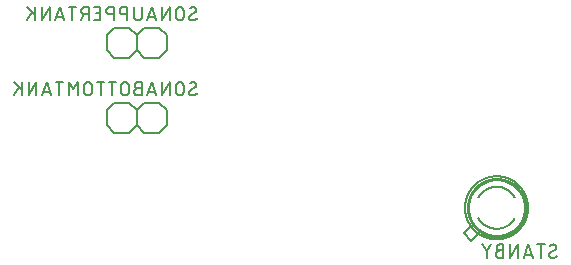
<source format=gbr>
G04 EAGLE Gerber RS-274X export*
G75*
%MOMM*%
%FSLAX34Y34*%
%LPD*%
%INSilkscreen Bottom*%
%IPPOS*%
%AMOC8*
5,1,8,0,0,1.08239X$1,22.5*%
G01*
%ADD10C,0.152400*%
%ADD11C,0.127000*%
%ADD12C,0.254000*%


D10*
X57150Y127000D02*
X44450Y127000D01*
X38100Y120650D01*
X38100Y107950D01*
X44450Y101600D01*
X63500Y107950D02*
X63500Y120650D01*
X57150Y127000D01*
X63500Y107950D02*
X57150Y101600D01*
X44450Y101600D01*
X38100Y120650D02*
X31750Y127000D01*
X19050Y127000D01*
X12700Y120650D01*
X12700Y107950D01*
X19050Y101600D01*
X31750Y101600D01*
X38100Y107950D01*
D11*
X82677Y135763D02*
X82679Y135663D01*
X82685Y135564D01*
X82695Y135464D01*
X82708Y135366D01*
X82726Y135267D01*
X82747Y135170D01*
X82772Y135074D01*
X82801Y134978D01*
X82834Y134884D01*
X82870Y134791D01*
X82910Y134700D01*
X82954Y134610D01*
X83001Y134522D01*
X83051Y134436D01*
X83105Y134352D01*
X83162Y134270D01*
X83222Y134191D01*
X83286Y134113D01*
X83352Y134039D01*
X83421Y133967D01*
X83493Y133898D01*
X83567Y133832D01*
X83645Y133768D01*
X83724Y133708D01*
X83806Y133651D01*
X83890Y133597D01*
X83976Y133547D01*
X84064Y133500D01*
X84154Y133456D01*
X84245Y133416D01*
X84338Y133380D01*
X84432Y133347D01*
X84528Y133318D01*
X84624Y133293D01*
X84721Y133272D01*
X84820Y133254D01*
X84918Y133241D01*
X85018Y133231D01*
X85117Y133225D01*
X85217Y133223D01*
X85358Y133225D01*
X85499Y133230D01*
X85640Y133240D01*
X85781Y133253D01*
X85921Y133269D01*
X86061Y133290D01*
X86200Y133314D01*
X86339Y133342D01*
X86476Y133373D01*
X86613Y133408D01*
X86749Y133446D01*
X86884Y133488D01*
X87017Y133534D01*
X87150Y133583D01*
X87281Y133636D01*
X87410Y133692D01*
X87539Y133751D01*
X87665Y133814D01*
X87790Y133880D01*
X87913Y133949D01*
X88034Y134022D01*
X88153Y134098D01*
X88271Y134177D01*
X88386Y134258D01*
X88498Y134343D01*
X88609Y134431D01*
X88717Y134522D01*
X88823Y134615D01*
X88926Y134712D01*
X89027Y134811D01*
X88710Y142113D02*
X88708Y142213D01*
X88702Y142312D01*
X88692Y142412D01*
X88679Y142510D01*
X88661Y142609D01*
X88640Y142706D01*
X88615Y142802D01*
X88586Y142898D01*
X88553Y142992D01*
X88517Y143085D01*
X88477Y143176D01*
X88433Y143266D01*
X88386Y143354D01*
X88336Y143440D01*
X88282Y143524D01*
X88225Y143606D01*
X88165Y143685D01*
X88101Y143763D01*
X88035Y143837D01*
X87966Y143909D01*
X87894Y143978D01*
X87820Y144044D01*
X87742Y144108D01*
X87663Y144168D01*
X87581Y144225D01*
X87497Y144279D01*
X87411Y144329D01*
X87323Y144376D01*
X87233Y144420D01*
X87142Y144460D01*
X87049Y144496D01*
X86955Y144529D01*
X86859Y144558D01*
X86763Y144583D01*
X86666Y144604D01*
X86567Y144622D01*
X86469Y144635D01*
X86369Y144645D01*
X86270Y144651D01*
X86170Y144653D01*
X86170Y144654D02*
X86037Y144652D01*
X85904Y144647D01*
X85771Y144637D01*
X85638Y144624D01*
X85506Y144607D01*
X85374Y144587D01*
X85243Y144563D01*
X85113Y144535D01*
X84983Y144504D01*
X84855Y144469D01*
X84727Y144430D01*
X84601Y144388D01*
X84476Y144342D01*
X84352Y144293D01*
X84229Y144241D01*
X84108Y144185D01*
X83989Y144125D01*
X83871Y144063D01*
X83756Y143997D01*
X83642Y143928D01*
X83530Y143855D01*
X83420Y143780D01*
X83312Y143701D01*
X87440Y139890D02*
X87524Y139942D01*
X87607Y139997D01*
X87687Y140056D01*
X87765Y140117D01*
X87840Y140181D01*
X87913Y140249D01*
X87984Y140319D01*
X88051Y140391D01*
X88116Y140466D01*
X88178Y140544D01*
X88237Y140624D01*
X88293Y140706D01*
X88345Y140790D01*
X88394Y140876D01*
X88440Y140964D01*
X88483Y141054D01*
X88522Y141145D01*
X88557Y141238D01*
X88589Y141332D01*
X88617Y141427D01*
X88642Y141523D01*
X88662Y141620D01*
X88680Y141718D01*
X88693Y141816D01*
X88702Y141915D01*
X88708Y142014D01*
X88710Y142113D01*
X83947Y137986D02*
X83863Y137934D01*
X83780Y137879D01*
X83700Y137820D01*
X83622Y137759D01*
X83547Y137695D01*
X83474Y137627D01*
X83403Y137557D01*
X83336Y137485D01*
X83271Y137410D01*
X83209Y137332D01*
X83150Y137252D01*
X83094Y137170D01*
X83042Y137086D01*
X82993Y137000D01*
X82947Y136912D01*
X82904Y136822D01*
X82865Y136731D01*
X82830Y136638D01*
X82798Y136544D01*
X82770Y136449D01*
X82745Y136353D01*
X82725Y136256D01*
X82707Y136158D01*
X82694Y136060D01*
X82685Y135961D01*
X82679Y135862D01*
X82677Y135763D01*
X83947Y137986D02*
X87440Y139891D01*
X77978Y141478D02*
X77978Y136398D01*
X77978Y141478D02*
X77976Y141589D01*
X77970Y141699D01*
X77961Y141810D01*
X77947Y141920D01*
X77930Y142029D01*
X77909Y142138D01*
X77884Y142246D01*
X77855Y142353D01*
X77823Y142459D01*
X77787Y142564D01*
X77747Y142667D01*
X77704Y142769D01*
X77657Y142870D01*
X77606Y142969D01*
X77553Y143066D01*
X77496Y143160D01*
X77435Y143253D01*
X77372Y143344D01*
X77305Y143433D01*
X77235Y143519D01*
X77162Y143602D01*
X77087Y143684D01*
X77009Y143762D01*
X76927Y143837D01*
X76844Y143910D01*
X76758Y143980D01*
X76669Y144047D01*
X76578Y144110D01*
X76485Y144171D01*
X76391Y144228D01*
X76294Y144281D01*
X76195Y144332D01*
X76094Y144379D01*
X75992Y144422D01*
X75889Y144462D01*
X75784Y144498D01*
X75678Y144530D01*
X75571Y144559D01*
X75463Y144584D01*
X75354Y144605D01*
X75245Y144622D01*
X75135Y144636D01*
X75024Y144645D01*
X74914Y144651D01*
X74803Y144653D01*
X74692Y144651D01*
X74582Y144645D01*
X74471Y144636D01*
X74361Y144622D01*
X74252Y144605D01*
X74143Y144584D01*
X74035Y144559D01*
X73928Y144530D01*
X73822Y144498D01*
X73717Y144462D01*
X73614Y144422D01*
X73512Y144379D01*
X73411Y144332D01*
X73312Y144281D01*
X73216Y144228D01*
X73121Y144171D01*
X73028Y144110D01*
X72937Y144047D01*
X72848Y143980D01*
X72762Y143910D01*
X72679Y143837D01*
X72597Y143762D01*
X72519Y143684D01*
X72444Y143602D01*
X72371Y143519D01*
X72301Y143433D01*
X72234Y143344D01*
X72171Y143253D01*
X72110Y143160D01*
X72053Y143066D01*
X72000Y142969D01*
X71949Y142870D01*
X71902Y142769D01*
X71859Y142667D01*
X71819Y142564D01*
X71783Y142459D01*
X71751Y142353D01*
X71722Y142246D01*
X71697Y142138D01*
X71676Y142029D01*
X71659Y141920D01*
X71645Y141810D01*
X71636Y141699D01*
X71630Y141589D01*
X71628Y141478D01*
X71628Y136398D01*
X71630Y136287D01*
X71636Y136177D01*
X71645Y136066D01*
X71659Y135956D01*
X71676Y135847D01*
X71697Y135738D01*
X71722Y135630D01*
X71751Y135523D01*
X71783Y135417D01*
X71819Y135312D01*
X71859Y135209D01*
X71902Y135107D01*
X71949Y135006D01*
X72000Y134907D01*
X72053Y134811D01*
X72110Y134716D01*
X72171Y134623D01*
X72234Y134532D01*
X72301Y134443D01*
X72371Y134357D01*
X72444Y134274D01*
X72519Y134192D01*
X72597Y134114D01*
X72679Y134039D01*
X72762Y133966D01*
X72848Y133896D01*
X72937Y133829D01*
X73028Y133766D01*
X73121Y133705D01*
X73216Y133648D01*
X73312Y133595D01*
X73411Y133544D01*
X73512Y133497D01*
X73614Y133454D01*
X73717Y133414D01*
X73822Y133378D01*
X73928Y133346D01*
X74035Y133317D01*
X74143Y133292D01*
X74252Y133271D01*
X74361Y133254D01*
X74471Y133240D01*
X74582Y133231D01*
X74692Y133225D01*
X74803Y133223D01*
X74914Y133225D01*
X75024Y133231D01*
X75135Y133240D01*
X75245Y133254D01*
X75354Y133271D01*
X75463Y133292D01*
X75571Y133317D01*
X75678Y133346D01*
X75784Y133378D01*
X75889Y133414D01*
X75992Y133454D01*
X76094Y133497D01*
X76195Y133544D01*
X76294Y133595D01*
X76390Y133648D01*
X76485Y133705D01*
X76578Y133766D01*
X76669Y133829D01*
X76758Y133896D01*
X76844Y133966D01*
X76927Y134039D01*
X77009Y134114D01*
X77087Y134192D01*
X77162Y134274D01*
X77235Y134357D01*
X77305Y134443D01*
X77372Y134532D01*
X77435Y134623D01*
X77496Y134716D01*
X77553Y134810D01*
X77606Y134907D01*
X77657Y135006D01*
X77704Y135107D01*
X77747Y135209D01*
X77787Y135312D01*
X77823Y135417D01*
X77855Y135523D01*
X77884Y135630D01*
X77909Y135738D01*
X77930Y135847D01*
X77947Y135956D01*
X77961Y136066D01*
X77970Y136177D01*
X77976Y136287D01*
X77978Y136398D01*
X66167Y133223D02*
X66167Y144653D01*
X59817Y133223D01*
X59817Y144653D01*
X51181Y144653D02*
X54991Y133223D01*
X47371Y133223D02*
X51181Y144653D01*
X48324Y136081D02*
X54039Y136081D01*
X42355Y139573D02*
X39180Y139573D01*
X39069Y139571D01*
X38959Y139565D01*
X38848Y139556D01*
X38738Y139542D01*
X38629Y139525D01*
X38520Y139504D01*
X38412Y139479D01*
X38305Y139450D01*
X38199Y139418D01*
X38094Y139382D01*
X37991Y139342D01*
X37889Y139299D01*
X37788Y139252D01*
X37689Y139201D01*
X37593Y139148D01*
X37498Y139091D01*
X37405Y139030D01*
X37314Y138967D01*
X37225Y138900D01*
X37139Y138830D01*
X37056Y138757D01*
X36974Y138682D01*
X36896Y138604D01*
X36821Y138522D01*
X36748Y138439D01*
X36678Y138353D01*
X36611Y138264D01*
X36548Y138173D01*
X36487Y138080D01*
X36430Y137986D01*
X36377Y137889D01*
X36326Y137790D01*
X36279Y137689D01*
X36236Y137587D01*
X36196Y137484D01*
X36160Y137379D01*
X36128Y137273D01*
X36099Y137166D01*
X36074Y137058D01*
X36053Y136949D01*
X36036Y136840D01*
X36022Y136730D01*
X36013Y136619D01*
X36007Y136509D01*
X36005Y136398D01*
X36007Y136287D01*
X36013Y136177D01*
X36022Y136066D01*
X36036Y135956D01*
X36053Y135847D01*
X36074Y135738D01*
X36099Y135630D01*
X36128Y135523D01*
X36160Y135417D01*
X36196Y135312D01*
X36236Y135209D01*
X36279Y135107D01*
X36326Y135006D01*
X36377Y134907D01*
X36430Y134811D01*
X36487Y134716D01*
X36548Y134623D01*
X36611Y134532D01*
X36678Y134443D01*
X36748Y134357D01*
X36821Y134274D01*
X36896Y134192D01*
X36974Y134114D01*
X37056Y134039D01*
X37139Y133966D01*
X37225Y133896D01*
X37314Y133829D01*
X37405Y133766D01*
X37498Y133705D01*
X37593Y133648D01*
X37689Y133595D01*
X37788Y133544D01*
X37889Y133497D01*
X37991Y133454D01*
X38094Y133414D01*
X38199Y133378D01*
X38305Y133346D01*
X38412Y133317D01*
X38520Y133292D01*
X38629Y133271D01*
X38738Y133254D01*
X38848Y133240D01*
X38959Y133231D01*
X39069Y133225D01*
X39180Y133223D01*
X42355Y133223D01*
X42355Y144653D01*
X39180Y144653D01*
X39080Y144651D01*
X38981Y144645D01*
X38881Y144635D01*
X38783Y144622D01*
X38684Y144604D01*
X38587Y144583D01*
X38491Y144558D01*
X38395Y144529D01*
X38301Y144496D01*
X38208Y144460D01*
X38117Y144420D01*
X38027Y144376D01*
X37939Y144329D01*
X37853Y144279D01*
X37769Y144225D01*
X37687Y144168D01*
X37608Y144108D01*
X37530Y144044D01*
X37456Y143978D01*
X37384Y143909D01*
X37315Y143837D01*
X37249Y143763D01*
X37185Y143685D01*
X37125Y143606D01*
X37068Y143524D01*
X37014Y143440D01*
X36964Y143354D01*
X36917Y143266D01*
X36873Y143176D01*
X36833Y143085D01*
X36797Y142992D01*
X36764Y142898D01*
X36735Y142802D01*
X36710Y142706D01*
X36689Y142609D01*
X36671Y142510D01*
X36658Y142412D01*
X36648Y142312D01*
X36642Y142213D01*
X36640Y142113D01*
X36642Y142013D01*
X36648Y141914D01*
X36658Y141814D01*
X36671Y141716D01*
X36689Y141617D01*
X36710Y141520D01*
X36735Y141424D01*
X36764Y141328D01*
X36797Y141234D01*
X36833Y141141D01*
X36873Y141050D01*
X36917Y140960D01*
X36964Y140872D01*
X37014Y140786D01*
X37068Y140702D01*
X37125Y140620D01*
X37185Y140541D01*
X37249Y140463D01*
X37315Y140389D01*
X37384Y140317D01*
X37456Y140248D01*
X37530Y140182D01*
X37608Y140118D01*
X37687Y140058D01*
X37769Y140001D01*
X37853Y139947D01*
X37939Y139897D01*
X38027Y139850D01*
X38117Y139806D01*
X38208Y139766D01*
X38301Y139730D01*
X38395Y139697D01*
X38491Y139668D01*
X38587Y139643D01*
X38684Y139622D01*
X38783Y139604D01*
X38881Y139591D01*
X38981Y139581D01*
X39080Y139575D01*
X39180Y139573D01*
X31496Y141478D02*
X31496Y136398D01*
X31496Y141478D02*
X31494Y141589D01*
X31488Y141699D01*
X31479Y141810D01*
X31465Y141920D01*
X31448Y142029D01*
X31427Y142138D01*
X31402Y142246D01*
X31373Y142353D01*
X31341Y142459D01*
X31305Y142564D01*
X31265Y142667D01*
X31222Y142769D01*
X31175Y142870D01*
X31124Y142969D01*
X31071Y143066D01*
X31014Y143160D01*
X30953Y143253D01*
X30890Y143344D01*
X30823Y143433D01*
X30753Y143519D01*
X30680Y143602D01*
X30605Y143684D01*
X30527Y143762D01*
X30445Y143837D01*
X30362Y143910D01*
X30276Y143980D01*
X30187Y144047D01*
X30096Y144110D01*
X30003Y144171D01*
X29909Y144228D01*
X29812Y144281D01*
X29713Y144332D01*
X29612Y144379D01*
X29510Y144422D01*
X29407Y144462D01*
X29302Y144498D01*
X29196Y144530D01*
X29089Y144559D01*
X28981Y144584D01*
X28872Y144605D01*
X28763Y144622D01*
X28653Y144636D01*
X28542Y144645D01*
X28432Y144651D01*
X28321Y144653D01*
X28210Y144651D01*
X28100Y144645D01*
X27989Y144636D01*
X27879Y144622D01*
X27770Y144605D01*
X27661Y144584D01*
X27553Y144559D01*
X27446Y144530D01*
X27340Y144498D01*
X27235Y144462D01*
X27132Y144422D01*
X27030Y144379D01*
X26929Y144332D01*
X26830Y144281D01*
X26733Y144228D01*
X26639Y144171D01*
X26546Y144110D01*
X26455Y144047D01*
X26366Y143980D01*
X26280Y143910D01*
X26197Y143837D01*
X26115Y143762D01*
X26037Y143684D01*
X25962Y143602D01*
X25889Y143519D01*
X25819Y143433D01*
X25752Y143344D01*
X25689Y143253D01*
X25628Y143160D01*
X25571Y143066D01*
X25518Y142969D01*
X25467Y142870D01*
X25420Y142769D01*
X25377Y142667D01*
X25337Y142564D01*
X25301Y142459D01*
X25269Y142353D01*
X25240Y142246D01*
X25215Y142138D01*
X25194Y142029D01*
X25177Y141920D01*
X25163Y141810D01*
X25154Y141699D01*
X25148Y141589D01*
X25146Y141478D01*
X25146Y136398D01*
X25148Y136287D01*
X25154Y136177D01*
X25163Y136066D01*
X25177Y135956D01*
X25194Y135847D01*
X25215Y135738D01*
X25240Y135630D01*
X25269Y135523D01*
X25301Y135417D01*
X25337Y135312D01*
X25377Y135209D01*
X25420Y135107D01*
X25467Y135006D01*
X25518Y134907D01*
X25571Y134811D01*
X25628Y134716D01*
X25689Y134623D01*
X25752Y134532D01*
X25819Y134443D01*
X25889Y134357D01*
X25962Y134274D01*
X26037Y134192D01*
X26115Y134114D01*
X26197Y134039D01*
X26280Y133966D01*
X26366Y133896D01*
X26455Y133829D01*
X26546Y133766D01*
X26639Y133705D01*
X26733Y133648D01*
X26830Y133595D01*
X26929Y133544D01*
X27030Y133497D01*
X27132Y133454D01*
X27235Y133414D01*
X27340Y133378D01*
X27446Y133346D01*
X27553Y133317D01*
X27661Y133292D01*
X27770Y133271D01*
X27879Y133254D01*
X27989Y133240D01*
X28100Y133231D01*
X28210Y133225D01*
X28321Y133223D01*
X28432Y133225D01*
X28542Y133231D01*
X28653Y133240D01*
X28763Y133254D01*
X28872Y133271D01*
X28981Y133292D01*
X29089Y133317D01*
X29196Y133346D01*
X29302Y133378D01*
X29407Y133414D01*
X29510Y133454D01*
X29612Y133497D01*
X29713Y133544D01*
X29812Y133595D01*
X29908Y133648D01*
X30003Y133705D01*
X30096Y133766D01*
X30187Y133829D01*
X30276Y133896D01*
X30362Y133966D01*
X30445Y134039D01*
X30527Y134114D01*
X30605Y134192D01*
X30680Y134274D01*
X30753Y134357D01*
X30823Y134443D01*
X30890Y134532D01*
X30953Y134623D01*
X31014Y134716D01*
X31071Y134810D01*
X31124Y134907D01*
X31175Y135006D01*
X31222Y135107D01*
X31265Y135209D01*
X31305Y135312D01*
X31341Y135417D01*
X31373Y135523D01*
X31402Y135630D01*
X31427Y135738D01*
X31448Y135847D01*
X31465Y135956D01*
X31479Y136066D01*
X31488Y136177D01*
X31494Y136287D01*
X31496Y136398D01*
X17653Y133223D02*
X17653Y144653D01*
X20828Y144653D02*
X14478Y144653D01*
X7747Y144653D02*
X7747Y133223D01*
X10922Y144653D02*
X4572Y144653D01*
X254Y141478D02*
X254Y136398D01*
X254Y141478D02*
X252Y141589D01*
X246Y141699D01*
X237Y141810D01*
X223Y141920D01*
X206Y142029D01*
X185Y142138D01*
X160Y142246D01*
X131Y142353D01*
X99Y142459D01*
X63Y142564D01*
X23Y142667D01*
X-20Y142769D01*
X-67Y142870D01*
X-118Y142969D01*
X-171Y143066D01*
X-228Y143160D01*
X-289Y143253D01*
X-352Y143344D01*
X-419Y143433D01*
X-489Y143519D01*
X-562Y143602D01*
X-637Y143684D01*
X-715Y143762D01*
X-797Y143837D01*
X-880Y143910D01*
X-966Y143980D01*
X-1055Y144047D01*
X-1146Y144110D01*
X-1239Y144171D01*
X-1334Y144228D01*
X-1430Y144281D01*
X-1529Y144332D01*
X-1630Y144379D01*
X-1732Y144422D01*
X-1835Y144462D01*
X-1940Y144498D01*
X-2046Y144530D01*
X-2153Y144559D01*
X-2261Y144584D01*
X-2370Y144605D01*
X-2479Y144622D01*
X-2589Y144636D01*
X-2700Y144645D01*
X-2810Y144651D01*
X-2921Y144653D01*
X-3032Y144651D01*
X-3142Y144645D01*
X-3253Y144636D01*
X-3363Y144622D01*
X-3472Y144605D01*
X-3581Y144584D01*
X-3689Y144559D01*
X-3796Y144530D01*
X-3902Y144498D01*
X-4007Y144462D01*
X-4110Y144422D01*
X-4212Y144379D01*
X-4313Y144332D01*
X-4412Y144281D01*
X-4509Y144228D01*
X-4603Y144171D01*
X-4696Y144110D01*
X-4787Y144047D01*
X-4876Y143980D01*
X-4962Y143910D01*
X-5045Y143837D01*
X-5127Y143762D01*
X-5205Y143684D01*
X-5280Y143602D01*
X-5353Y143519D01*
X-5423Y143433D01*
X-5490Y143344D01*
X-5553Y143253D01*
X-5614Y143160D01*
X-5671Y143066D01*
X-5724Y142969D01*
X-5775Y142870D01*
X-5822Y142769D01*
X-5865Y142667D01*
X-5905Y142564D01*
X-5941Y142459D01*
X-5973Y142353D01*
X-6002Y142246D01*
X-6027Y142138D01*
X-6048Y142029D01*
X-6065Y141920D01*
X-6079Y141810D01*
X-6088Y141699D01*
X-6094Y141589D01*
X-6096Y141478D01*
X-6096Y136398D01*
X-6094Y136287D01*
X-6088Y136177D01*
X-6079Y136066D01*
X-6065Y135956D01*
X-6048Y135847D01*
X-6027Y135738D01*
X-6002Y135630D01*
X-5973Y135523D01*
X-5941Y135417D01*
X-5905Y135312D01*
X-5865Y135209D01*
X-5822Y135107D01*
X-5775Y135006D01*
X-5724Y134907D01*
X-5671Y134811D01*
X-5614Y134716D01*
X-5553Y134623D01*
X-5490Y134532D01*
X-5423Y134443D01*
X-5353Y134357D01*
X-5280Y134274D01*
X-5205Y134192D01*
X-5127Y134114D01*
X-5045Y134039D01*
X-4962Y133966D01*
X-4876Y133896D01*
X-4787Y133829D01*
X-4696Y133766D01*
X-4603Y133705D01*
X-4509Y133648D01*
X-4412Y133595D01*
X-4313Y133544D01*
X-4212Y133497D01*
X-4110Y133454D01*
X-4007Y133414D01*
X-3902Y133378D01*
X-3796Y133346D01*
X-3689Y133317D01*
X-3581Y133292D01*
X-3472Y133271D01*
X-3363Y133254D01*
X-3253Y133240D01*
X-3142Y133231D01*
X-3032Y133225D01*
X-2921Y133223D01*
X-2810Y133225D01*
X-2700Y133231D01*
X-2589Y133240D01*
X-2479Y133254D01*
X-2370Y133271D01*
X-2261Y133292D01*
X-2153Y133317D01*
X-2046Y133346D01*
X-1940Y133378D01*
X-1835Y133414D01*
X-1732Y133454D01*
X-1630Y133497D01*
X-1529Y133544D01*
X-1430Y133595D01*
X-1334Y133648D01*
X-1239Y133705D01*
X-1146Y133766D01*
X-1055Y133829D01*
X-966Y133896D01*
X-880Y133966D01*
X-797Y134039D01*
X-715Y134114D01*
X-637Y134192D01*
X-562Y134274D01*
X-489Y134357D01*
X-419Y134443D01*
X-352Y134532D01*
X-289Y134623D01*
X-228Y134716D01*
X-171Y134810D01*
X-118Y134907D01*
X-67Y135006D01*
X-20Y135107D01*
X23Y135209D01*
X63Y135312D01*
X99Y135417D01*
X131Y135523D01*
X160Y135630D01*
X185Y135738D01*
X206Y135847D01*
X223Y135956D01*
X237Y136066D01*
X246Y136177D01*
X252Y136287D01*
X254Y136398D01*
X-11684Y133223D02*
X-11684Y144653D01*
X-15494Y138303D01*
X-19304Y144653D01*
X-19304Y133223D01*
X-27305Y133223D02*
X-27305Y144653D01*
X-24130Y144653D02*
X-30480Y144653D01*
X-37973Y144653D02*
X-34163Y133223D01*
X-41783Y133223D02*
X-37973Y144653D01*
X-40831Y136081D02*
X-35116Y136081D01*
X-46609Y133223D02*
X-46609Y144653D01*
X-52959Y133223D01*
X-52959Y144653D01*
X-58992Y144653D02*
X-58992Y133223D01*
X-58992Y137668D02*
X-65342Y144653D01*
X-61532Y140208D02*
X-65342Y133223D01*
D10*
X44450Y190500D02*
X57150Y190500D01*
X44450Y190500D02*
X38100Y184150D01*
X38100Y171450D01*
X44450Y165100D01*
X63500Y171450D02*
X63500Y184150D01*
X57150Y190500D01*
X63500Y171450D02*
X57150Y165100D01*
X44450Y165100D01*
X38100Y184150D02*
X31750Y190500D01*
X19050Y190500D01*
X12700Y184150D01*
X12700Y171450D01*
X19050Y165100D01*
X31750Y165100D01*
X38100Y171450D01*
D11*
X82677Y199263D02*
X82679Y199163D01*
X82685Y199064D01*
X82695Y198964D01*
X82708Y198866D01*
X82726Y198767D01*
X82747Y198670D01*
X82772Y198574D01*
X82801Y198478D01*
X82834Y198384D01*
X82870Y198291D01*
X82910Y198200D01*
X82954Y198110D01*
X83001Y198022D01*
X83051Y197936D01*
X83105Y197852D01*
X83162Y197770D01*
X83222Y197691D01*
X83286Y197613D01*
X83352Y197539D01*
X83421Y197467D01*
X83493Y197398D01*
X83567Y197332D01*
X83645Y197268D01*
X83724Y197208D01*
X83806Y197151D01*
X83890Y197097D01*
X83976Y197047D01*
X84064Y197000D01*
X84154Y196956D01*
X84245Y196916D01*
X84338Y196880D01*
X84432Y196847D01*
X84528Y196818D01*
X84624Y196793D01*
X84721Y196772D01*
X84820Y196754D01*
X84918Y196741D01*
X85018Y196731D01*
X85117Y196725D01*
X85217Y196723D01*
X85358Y196725D01*
X85499Y196730D01*
X85640Y196740D01*
X85781Y196753D01*
X85921Y196769D01*
X86061Y196790D01*
X86200Y196814D01*
X86339Y196842D01*
X86476Y196873D01*
X86613Y196908D01*
X86749Y196946D01*
X86884Y196988D01*
X87017Y197034D01*
X87150Y197083D01*
X87281Y197136D01*
X87410Y197192D01*
X87539Y197251D01*
X87665Y197314D01*
X87790Y197380D01*
X87913Y197449D01*
X88034Y197522D01*
X88153Y197598D01*
X88271Y197677D01*
X88386Y197758D01*
X88498Y197843D01*
X88609Y197931D01*
X88717Y198022D01*
X88823Y198115D01*
X88926Y198212D01*
X89027Y198311D01*
X88710Y205613D02*
X88708Y205713D01*
X88702Y205812D01*
X88692Y205912D01*
X88679Y206010D01*
X88661Y206109D01*
X88640Y206206D01*
X88615Y206302D01*
X88586Y206398D01*
X88553Y206492D01*
X88517Y206585D01*
X88477Y206676D01*
X88433Y206766D01*
X88386Y206854D01*
X88336Y206940D01*
X88282Y207024D01*
X88225Y207106D01*
X88165Y207185D01*
X88101Y207263D01*
X88035Y207337D01*
X87966Y207409D01*
X87894Y207478D01*
X87820Y207544D01*
X87742Y207608D01*
X87663Y207668D01*
X87581Y207725D01*
X87497Y207779D01*
X87411Y207829D01*
X87323Y207876D01*
X87233Y207920D01*
X87142Y207960D01*
X87049Y207996D01*
X86955Y208029D01*
X86859Y208058D01*
X86763Y208083D01*
X86666Y208104D01*
X86567Y208122D01*
X86469Y208135D01*
X86369Y208145D01*
X86270Y208151D01*
X86170Y208153D01*
X86170Y208154D02*
X86037Y208152D01*
X85904Y208147D01*
X85771Y208137D01*
X85638Y208124D01*
X85506Y208107D01*
X85374Y208087D01*
X85243Y208063D01*
X85113Y208035D01*
X84983Y208004D01*
X84855Y207969D01*
X84727Y207930D01*
X84601Y207888D01*
X84476Y207842D01*
X84352Y207793D01*
X84229Y207741D01*
X84108Y207685D01*
X83989Y207625D01*
X83871Y207563D01*
X83756Y207497D01*
X83642Y207428D01*
X83530Y207355D01*
X83420Y207280D01*
X83312Y207201D01*
X87440Y203390D02*
X87524Y203442D01*
X87607Y203497D01*
X87687Y203556D01*
X87765Y203617D01*
X87840Y203681D01*
X87913Y203749D01*
X87984Y203819D01*
X88051Y203891D01*
X88116Y203966D01*
X88178Y204044D01*
X88237Y204124D01*
X88293Y204206D01*
X88345Y204290D01*
X88394Y204376D01*
X88440Y204464D01*
X88483Y204554D01*
X88522Y204645D01*
X88557Y204738D01*
X88589Y204832D01*
X88617Y204927D01*
X88642Y205023D01*
X88662Y205120D01*
X88680Y205218D01*
X88693Y205316D01*
X88702Y205415D01*
X88708Y205514D01*
X88710Y205613D01*
X83947Y201486D02*
X83863Y201434D01*
X83780Y201379D01*
X83700Y201320D01*
X83622Y201259D01*
X83547Y201195D01*
X83474Y201127D01*
X83403Y201057D01*
X83336Y200985D01*
X83271Y200910D01*
X83209Y200832D01*
X83150Y200752D01*
X83094Y200670D01*
X83042Y200586D01*
X82993Y200500D01*
X82947Y200412D01*
X82904Y200322D01*
X82865Y200231D01*
X82830Y200138D01*
X82798Y200044D01*
X82770Y199949D01*
X82745Y199853D01*
X82725Y199756D01*
X82707Y199658D01*
X82694Y199560D01*
X82685Y199461D01*
X82679Y199362D01*
X82677Y199263D01*
X83947Y201486D02*
X87440Y203391D01*
X77978Y204978D02*
X77978Y199898D01*
X77978Y204978D02*
X77976Y205089D01*
X77970Y205199D01*
X77961Y205310D01*
X77947Y205420D01*
X77930Y205529D01*
X77909Y205638D01*
X77884Y205746D01*
X77855Y205853D01*
X77823Y205959D01*
X77787Y206064D01*
X77747Y206167D01*
X77704Y206269D01*
X77657Y206370D01*
X77606Y206469D01*
X77553Y206566D01*
X77496Y206660D01*
X77435Y206753D01*
X77372Y206844D01*
X77305Y206933D01*
X77235Y207019D01*
X77162Y207102D01*
X77087Y207184D01*
X77009Y207262D01*
X76927Y207337D01*
X76844Y207410D01*
X76758Y207480D01*
X76669Y207547D01*
X76578Y207610D01*
X76485Y207671D01*
X76391Y207728D01*
X76294Y207781D01*
X76195Y207832D01*
X76094Y207879D01*
X75992Y207922D01*
X75889Y207962D01*
X75784Y207998D01*
X75678Y208030D01*
X75571Y208059D01*
X75463Y208084D01*
X75354Y208105D01*
X75245Y208122D01*
X75135Y208136D01*
X75024Y208145D01*
X74914Y208151D01*
X74803Y208153D01*
X74692Y208151D01*
X74582Y208145D01*
X74471Y208136D01*
X74361Y208122D01*
X74252Y208105D01*
X74143Y208084D01*
X74035Y208059D01*
X73928Y208030D01*
X73822Y207998D01*
X73717Y207962D01*
X73614Y207922D01*
X73512Y207879D01*
X73411Y207832D01*
X73312Y207781D01*
X73216Y207728D01*
X73121Y207671D01*
X73028Y207610D01*
X72937Y207547D01*
X72848Y207480D01*
X72762Y207410D01*
X72679Y207337D01*
X72597Y207262D01*
X72519Y207184D01*
X72444Y207102D01*
X72371Y207019D01*
X72301Y206933D01*
X72234Y206844D01*
X72171Y206753D01*
X72110Y206660D01*
X72053Y206566D01*
X72000Y206469D01*
X71949Y206370D01*
X71902Y206269D01*
X71859Y206167D01*
X71819Y206064D01*
X71783Y205959D01*
X71751Y205853D01*
X71722Y205746D01*
X71697Y205638D01*
X71676Y205529D01*
X71659Y205420D01*
X71645Y205310D01*
X71636Y205199D01*
X71630Y205089D01*
X71628Y204978D01*
X71628Y199898D01*
X71630Y199787D01*
X71636Y199677D01*
X71645Y199566D01*
X71659Y199456D01*
X71676Y199347D01*
X71697Y199238D01*
X71722Y199130D01*
X71751Y199023D01*
X71783Y198917D01*
X71819Y198812D01*
X71859Y198709D01*
X71902Y198607D01*
X71949Y198506D01*
X72000Y198407D01*
X72053Y198311D01*
X72110Y198216D01*
X72171Y198123D01*
X72234Y198032D01*
X72301Y197943D01*
X72371Y197857D01*
X72444Y197774D01*
X72519Y197692D01*
X72597Y197614D01*
X72679Y197539D01*
X72762Y197466D01*
X72848Y197396D01*
X72937Y197329D01*
X73028Y197266D01*
X73121Y197205D01*
X73216Y197148D01*
X73312Y197095D01*
X73411Y197044D01*
X73512Y196997D01*
X73614Y196954D01*
X73717Y196914D01*
X73822Y196878D01*
X73928Y196846D01*
X74035Y196817D01*
X74143Y196792D01*
X74252Y196771D01*
X74361Y196754D01*
X74471Y196740D01*
X74582Y196731D01*
X74692Y196725D01*
X74803Y196723D01*
X74914Y196725D01*
X75024Y196731D01*
X75135Y196740D01*
X75245Y196754D01*
X75354Y196771D01*
X75463Y196792D01*
X75571Y196817D01*
X75678Y196846D01*
X75784Y196878D01*
X75889Y196914D01*
X75992Y196954D01*
X76094Y196997D01*
X76195Y197044D01*
X76294Y197095D01*
X76390Y197148D01*
X76485Y197205D01*
X76578Y197266D01*
X76669Y197329D01*
X76758Y197396D01*
X76844Y197466D01*
X76927Y197539D01*
X77009Y197614D01*
X77087Y197692D01*
X77162Y197774D01*
X77235Y197857D01*
X77305Y197943D01*
X77372Y198032D01*
X77435Y198123D01*
X77496Y198216D01*
X77553Y198310D01*
X77606Y198407D01*
X77657Y198506D01*
X77704Y198607D01*
X77747Y198709D01*
X77787Y198812D01*
X77823Y198917D01*
X77855Y199023D01*
X77884Y199130D01*
X77909Y199238D01*
X77930Y199347D01*
X77947Y199456D01*
X77961Y199566D01*
X77970Y199677D01*
X77976Y199787D01*
X77978Y199898D01*
X66167Y196723D02*
X66167Y208153D01*
X59817Y196723D01*
X59817Y208153D01*
X51181Y208153D02*
X54991Y196723D01*
X47371Y196723D02*
X51181Y208153D01*
X48324Y199581D02*
X54039Y199581D01*
X42545Y199898D02*
X42545Y208153D01*
X42545Y199898D02*
X42543Y199787D01*
X42537Y199677D01*
X42528Y199566D01*
X42514Y199456D01*
X42497Y199347D01*
X42476Y199238D01*
X42451Y199130D01*
X42422Y199023D01*
X42390Y198917D01*
X42354Y198812D01*
X42314Y198709D01*
X42271Y198607D01*
X42224Y198506D01*
X42173Y198407D01*
X42120Y198310D01*
X42063Y198216D01*
X42002Y198123D01*
X41939Y198032D01*
X41872Y197943D01*
X41802Y197857D01*
X41729Y197774D01*
X41654Y197692D01*
X41576Y197614D01*
X41494Y197539D01*
X41411Y197466D01*
X41325Y197396D01*
X41236Y197329D01*
X41145Y197266D01*
X41052Y197205D01*
X40957Y197148D01*
X40861Y197095D01*
X40762Y197044D01*
X40661Y196997D01*
X40559Y196954D01*
X40456Y196914D01*
X40351Y196878D01*
X40245Y196846D01*
X40138Y196817D01*
X40030Y196792D01*
X39921Y196771D01*
X39812Y196754D01*
X39702Y196740D01*
X39591Y196731D01*
X39481Y196725D01*
X39370Y196723D01*
X39259Y196725D01*
X39149Y196731D01*
X39038Y196740D01*
X38928Y196754D01*
X38819Y196771D01*
X38710Y196792D01*
X38602Y196817D01*
X38495Y196846D01*
X38389Y196878D01*
X38284Y196914D01*
X38181Y196954D01*
X38079Y196997D01*
X37978Y197044D01*
X37879Y197095D01*
X37783Y197148D01*
X37688Y197205D01*
X37595Y197266D01*
X37504Y197329D01*
X37415Y197396D01*
X37329Y197466D01*
X37246Y197539D01*
X37164Y197614D01*
X37086Y197692D01*
X37011Y197774D01*
X36938Y197857D01*
X36868Y197943D01*
X36801Y198032D01*
X36738Y198123D01*
X36677Y198216D01*
X36620Y198311D01*
X36567Y198407D01*
X36516Y198506D01*
X36469Y198607D01*
X36426Y198709D01*
X36386Y198812D01*
X36350Y198917D01*
X36318Y199023D01*
X36289Y199130D01*
X36264Y199238D01*
X36243Y199347D01*
X36226Y199456D01*
X36212Y199566D01*
X36203Y199677D01*
X36197Y199787D01*
X36195Y199898D01*
X36195Y208153D01*
X30163Y208153D02*
X30163Y196723D01*
X30163Y208153D02*
X26988Y208153D01*
X26877Y208151D01*
X26767Y208145D01*
X26656Y208136D01*
X26546Y208122D01*
X26437Y208105D01*
X26328Y208084D01*
X26220Y208059D01*
X26113Y208030D01*
X26007Y207998D01*
X25902Y207962D01*
X25799Y207922D01*
X25697Y207879D01*
X25596Y207832D01*
X25497Y207781D01*
X25401Y207728D01*
X25306Y207671D01*
X25213Y207610D01*
X25122Y207547D01*
X25033Y207480D01*
X24947Y207410D01*
X24864Y207337D01*
X24782Y207262D01*
X24704Y207184D01*
X24629Y207102D01*
X24556Y207019D01*
X24486Y206933D01*
X24419Y206844D01*
X24356Y206753D01*
X24295Y206660D01*
X24238Y206566D01*
X24185Y206469D01*
X24134Y206370D01*
X24087Y206269D01*
X24044Y206167D01*
X24004Y206064D01*
X23968Y205959D01*
X23936Y205853D01*
X23907Y205746D01*
X23882Y205638D01*
X23861Y205529D01*
X23844Y205420D01*
X23830Y205310D01*
X23821Y205199D01*
X23815Y205089D01*
X23813Y204978D01*
X23815Y204867D01*
X23821Y204757D01*
X23830Y204646D01*
X23844Y204536D01*
X23861Y204427D01*
X23882Y204318D01*
X23907Y204210D01*
X23936Y204103D01*
X23968Y203997D01*
X24004Y203892D01*
X24044Y203789D01*
X24087Y203687D01*
X24134Y203586D01*
X24185Y203487D01*
X24238Y203391D01*
X24295Y203296D01*
X24356Y203203D01*
X24419Y203112D01*
X24486Y203023D01*
X24556Y202937D01*
X24629Y202854D01*
X24704Y202772D01*
X24782Y202694D01*
X24864Y202619D01*
X24947Y202546D01*
X25033Y202476D01*
X25122Y202409D01*
X25213Y202346D01*
X25306Y202285D01*
X25401Y202228D01*
X25497Y202175D01*
X25596Y202124D01*
X25697Y202077D01*
X25799Y202034D01*
X25902Y201994D01*
X26007Y201958D01*
X26113Y201926D01*
X26220Y201897D01*
X26328Y201872D01*
X26437Y201851D01*
X26546Y201834D01*
X26656Y201820D01*
X26767Y201811D01*
X26877Y201805D01*
X26988Y201803D01*
X30163Y201803D01*
X18733Y196723D02*
X18733Y208153D01*
X15558Y208153D01*
X15447Y208151D01*
X15337Y208145D01*
X15226Y208136D01*
X15116Y208122D01*
X15007Y208105D01*
X14898Y208084D01*
X14790Y208059D01*
X14683Y208030D01*
X14577Y207998D01*
X14472Y207962D01*
X14369Y207922D01*
X14267Y207879D01*
X14166Y207832D01*
X14067Y207781D01*
X13970Y207728D01*
X13876Y207671D01*
X13783Y207610D01*
X13692Y207547D01*
X13603Y207480D01*
X13517Y207410D01*
X13434Y207337D01*
X13352Y207262D01*
X13274Y207184D01*
X13199Y207102D01*
X13126Y207019D01*
X13056Y206933D01*
X12989Y206844D01*
X12926Y206753D01*
X12865Y206660D01*
X12808Y206566D01*
X12755Y206469D01*
X12704Y206370D01*
X12657Y206269D01*
X12614Y206167D01*
X12574Y206064D01*
X12538Y205959D01*
X12506Y205853D01*
X12477Y205746D01*
X12452Y205638D01*
X12431Y205529D01*
X12414Y205420D01*
X12400Y205310D01*
X12391Y205199D01*
X12385Y205089D01*
X12383Y204978D01*
X12385Y204867D01*
X12391Y204757D01*
X12400Y204646D01*
X12414Y204536D01*
X12431Y204427D01*
X12452Y204318D01*
X12477Y204210D01*
X12506Y204103D01*
X12538Y203997D01*
X12574Y203892D01*
X12614Y203789D01*
X12657Y203687D01*
X12704Y203586D01*
X12755Y203487D01*
X12808Y203391D01*
X12865Y203296D01*
X12926Y203203D01*
X12989Y203112D01*
X13056Y203023D01*
X13126Y202937D01*
X13199Y202854D01*
X13274Y202772D01*
X13352Y202694D01*
X13434Y202619D01*
X13517Y202546D01*
X13603Y202476D01*
X13692Y202409D01*
X13783Y202346D01*
X13876Y202285D01*
X13971Y202228D01*
X14067Y202175D01*
X14166Y202124D01*
X14267Y202077D01*
X14369Y202034D01*
X14472Y201994D01*
X14577Y201958D01*
X14683Y201926D01*
X14790Y201897D01*
X14898Y201872D01*
X15007Y201851D01*
X15116Y201834D01*
X15226Y201820D01*
X15337Y201811D01*
X15447Y201805D01*
X15558Y201803D01*
X18733Y201803D01*
X7468Y196723D02*
X2388Y196723D01*
X7468Y196723D02*
X7468Y208153D01*
X2388Y208153D01*
X3658Y203073D02*
X7468Y203073D01*
X-2496Y208153D02*
X-2496Y196723D01*
X-2496Y208153D02*
X-5671Y208153D01*
X-5782Y208151D01*
X-5892Y208145D01*
X-6003Y208136D01*
X-6113Y208122D01*
X-6222Y208105D01*
X-6331Y208084D01*
X-6439Y208059D01*
X-6546Y208030D01*
X-6652Y207998D01*
X-6757Y207962D01*
X-6860Y207922D01*
X-6962Y207879D01*
X-7063Y207832D01*
X-7162Y207781D01*
X-7259Y207728D01*
X-7353Y207671D01*
X-7446Y207610D01*
X-7537Y207547D01*
X-7626Y207480D01*
X-7712Y207410D01*
X-7795Y207337D01*
X-7877Y207262D01*
X-7955Y207184D01*
X-8030Y207102D01*
X-8103Y207019D01*
X-8173Y206933D01*
X-8240Y206844D01*
X-8303Y206753D01*
X-8364Y206660D01*
X-8421Y206566D01*
X-8474Y206469D01*
X-8525Y206370D01*
X-8572Y206269D01*
X-8615Y206167D01*
X-8655Y206064D01*
X-8691Y205959D01*
X-8723Y205853D01*
X-8752Y205746D01*
X-8777Y205638D01*
X-8798Y205529D01*
X-8815Y205420D01*
X-8829Y205310D01*
X-8838Y205199D01*
X-8844Y205089D01*
X-8846Y204978D01*
X-8844Y204867D01*
X-8838Y204757D01*
X-8829Y204646D01*
X-8815Y204536D01*
X-8798Y204427D01*
X-8777Y204318D01*
X-8752Y204210D01*
X-8723Y204103D01*
X-8691Y203997D01*
X-8655Y203892D01*
X-8615Y203789D01*
X-8572Y203687D01*
X-8525Y203586D01*
X-8474Y203487D01*
X-8421Y203391D01*
X-8364Y203296D01*
X-8303Y203203D01*
X-8240Y203112D01*
X-8173Y203023D01*
X-8103Y202937D01*
X-8030Y202854D01*
X-7955Y202772D01*
X-7877Y202694D01*
X-7795Y202619D01*
X-7712Y202546D01*
X-7626Y202476D01*
X-7537Y202409D01*
X-7446Y202346D01*
X-7353Y202285D01*
X-7258Y202228D01*
X-7162Y202175D01*
X-7063Y202124D01*
X-6962Y202077D01*
X-6860Y202034D01*
X-6757Y201994D01*
X-6652Y201958D01*
X-6546Y201926D01*
X-6439Y201897D01*
X-6331Y201872D01*
X-6222Y201851D01*
X-6113Y201834D01*
X-6003Y201820D01*
X-5892Y201811D01*
X-5782Y201805D01*
X-5671Y201803D01*
X-2496Y201803D01*
X-6306Y201803D02*
X-8846Y196723D01*
X-16256Y196723D02*
X-16256Y208153D01*
X-13081Y208153D02*
X-19431Y208153D01*
X-26924Y208153D02*
X-23114Y196723D01*
X-30734Y196723D02*
X-26924Y208153D01*
X-29781Y199581D02*
X-24066Y199581D01*
X-35560Y196723D02*
X-35560Y208153D01*
X-41910Y196723D01*
X-41910Y208153D01*
X-47942Y208153D02*
X-47942Y196723D01*
X-47942Y201168D02*
X-54292Y208153D01*
X-50482Y203708D02*
X-54292Y196723D01*
D10*
X314960Y16510D02*
X321310Y22860D01*
X314960Y16510D02*
X321310Y10160D01*
X327660Y16510D01*
X342900Y20320D02*
X343331Y20325D01*
X343762Y20341D01*
X344192Y20367D01*
X344622Y20404D01*
X345050Y20451D01*
X345478Y20508D01*
X345903Y20576D01*
X346328Y20653D01*
X346750Y20742D01*
X347169Y20840D01*
X347587Y20949D01*
X348001Y21067D01*
X348412Y21196D01*
X348821Y21335D01*
X349225Y21483D01*
X349627Y21642D01*
X350024Y21809D01*
X350417Y21987D01*
X350805Y22174D01*
X351189Y22370D01*
X351568Y22576D01*
X351942Y22791D01*
X352310Y23014D01*
X352673Y23247D01*
X353030Y23488D01*
X353382Y23738D01*
X353727Y23997D01*
X354066Y24263D01*
X354398Y24538D01*
X354723Y24821D01*
X355042Y25111D01*
X355353Y25410D01*
X355657Y25715D01*
X355954Y26028D01*
X356243Y26348D01*
X356524Y26675D01*
X356797Y27009D01*
X357062Y27349D01*
X357318Y27696D01*
X357566Y28048D01*
X357806Y28407D01*
X358036Y28771D01*
X358258Y29141D01*
X342900Y20320D02*
X342469Y20325D01*
X342038Y20341D01*
X341608Y20367D01*
X341178Y20404D01*
X340750Y20451D01*
X340322Y20508D01*
X339897Y20576D01*
X339472Y20653D01*
X339050Y20742D01*
X338631Y20840D01*
X338213Y20949D01*
X337799Y21067D01*
X337388Y21196D01*
X336979Y21335D01*
X336575Y21483D01*
X336173Y21642D01*
X335776Y21809D01*
X335383Y21987D01*
X334995Y22174D01*
X334611Y22370D01*
X334232Y22576D01*
X333858Y22791D01*
X333490Y23014D01*
X333127Y23247D01*
X332770Y23488D01*
X332418Y23738D01*
X332073Y23997D01*
X331734Y24263D01*
X331402Y24538D01*
X331077Y24821D01*
X330758Y25111D01*
X330447Y25410D01*
X330143Y25715D01*
X329846Y26028D01*
X329557Y26348D01*
X329276Y26675D01*
X329003Y27009D01*
X328738Y27349D01*
X328482Y27696D01*
X328234Y28048D01*
X327994Y28407D01*
X327764Y28771D01*
X327542Y29141D01*
X327542Y47059D02*
X327764Y47429D01*
X327994Y47793D01*
X328234Y48152D01*
X328482Y48504D01*
X328738Y48851D01*
X329003Y49191D01*
X329276Y49525D01*
X329557Y49852D01*
X329846Y50172D01*
X330143Y50485D01*
X330447Y50790D01*
X330758Y51089D01*
X331077Y51379D01*
X331402Y51662D01*
X331734Y51937D01*
X332073Y52203D01*
X332418Y52462D01*
X332770Y52712D01*
X333127Y52953D01*
X333490Y53186D01*
X333858Y53409D01*
X334232Y53624D01*
X334611Y53830D01*
X334995Y54026D01*
X335383Y54213D01*
X335776Y54391D01*
X336173Y54558D01*
X336575Y54717D01*
X336979Y54865D01*
X337388Y55004D01*
X337799Y55133D01*
X338213Y55251D01*
X338631Y55360D01*
X339050Y55458D01*
X339472Y55547D01*
X339897Y55624D01*
X340322Y55692D01*
X340750Y55749D01*
X341178Y55796D01*
X341608Y55833D01*
X342038Y55859D01*
X342469Y55875D01*
X342900Y55880D01*
X343331Y55875D01*
X343762Y55859D01*
X344192Y55833D01*
X344622Y55796D01*
X345050Y55749D01*
X345478Y55692D01*
X345903Y55624D01*
X346328Y55547D01*
X346750Y55458D01*
X347169Y55360D01*
X347587Y55251D01*
X348001Y55133D01*
X348412Y55004D01*
X348821Y54865D01*
X349225Y54717D01*
X349627Y54558D01*
X350024Y54391D01*
X350417Y54213D01*
X350805Y54026D01*
X351189Y53830D01*
X351568Y53624D01*
X351942Y53409D01*
X352310Y53186D01*
X352673Y52953D01*
X353030Y52712D01*
X353382Y52462D01*
X353727Y52203D01*
X354066Y51937D01*
X354398Y51662D01*
X354723Y51379D01*
X355042Y51089D01*
X355353Y50790D01*
X355657Y50485D01*
X355954Y50172D01*
X356243Y49852D01*
X356524Y49525D01*
X356797Y49191D01*
X357062Y48851D01*
X357318Y48504D01*
X357566Y48152D01*
X357806Y47793D01*
X358036Y47429D01*
X358258Y47059D01*
X316230Y38100D02*
X316238Y38755D01*
X316262Y39409D01*
X316302Y40062D01*
X316358Y40714D01*
X316431Y41365D01*
X316519Y42013D01*
X316623Y42660D01*
X316742Y43303D01*
X316878Y43943D01*
X317029Y44580D01*
X317196Y45213D01*
X317378Y45842D01*
X317576Y46466D01*
X317789Y47085D01*
X318017Y47698D01*
X318260Y48306D01*
X318518Y48908D01*
X318791Y49503D01*
X319078Y50091D01*
X319379Y50672D01*
X319695Y51246D01*
X320024Y51811D01*
X320368Y52368D01*
X320725Y52917D01*
X321095Y53457D01*
X321478Y53987D01*
X321875Y54508D01*
X322284Y55019D01*
X322705Y55520D01*
X323139Y56010D01*
X323584Y56490D01*
X324041Y56959D01*
X324510Y57416D01*
X324990Y57861D01*
X325480Y58295D01*
X325981Y58716D01*
X326492Y59125D01*
X327013Y59522D01*
X327543Y59905D01*
X328083Y60275D01*
X328632Y60632D01*
X329189Y60976D01*
X329754Y61305D01*
X330328Y61621D01*
X330909Y61922D01*
X331497Y62209D01*
X332092Y62482D01*
X332694Y62740D01*
X333302Y62983D01*
X333915Y63211D01*
X334534Y63424D01*
X335158Y63622D01*
X335787Y63804D01*
X336420Y63971D01*
X337057Y64122D01*
X337697Y64258D01*
X338340Y64377D01*
X338987Y64481D01*
X339635Y64569D01*
X340286Y64642D01*
X340938Y64698D01*
X341591Y64738D01*
X342245Y64762D01*
X342900Y64770D01*
X343555Y64762D01*
X344209Y64738D01*
X344862Y64698D01*
X345514Y64642D01*
X346165Y64569D01*
X346813Y64481D01*
X347460Y64377D01*
X348103Y64258D01*
X348743Y64122D01*
X349380Y63971D01*
X350013Y63804D01*
X350642Y63622D01*
X351266Y63424D01*
X351885Y63211D01*
X352498Y62983D01*
X353106Y62740D01*
X353708Y62482D01*
X354303Y62209D01*
X354891Y61922D01*
X355472Y61621D01*
X356046Y61305D01*
X356611Y60976D01*
X357168Y60632D01*
X357717Y60275D01*
X358257Y59905D01*
X358787Y59522D01*
X359308Y59125D01*
X359819Y58716D01*
X360320Y58295D01*
X360810Y57861D01*
X361290Y57416D01*
X361759Y56959D01*
X362216Y56490D01*
X362661Y56010D01*
X363095Y55520D01*
X363516Y55019D01*
X363925Y54508D01*
X364322Y53987D01*
X364705Y53457D01*
X365075Y52917D01*
X365432Y52368D01*
X365776Y51811D01*
X366105Y51246D01*
X366421Y50672D01*
X366722Y50091D01*
X367009Y49503D01*
X367282Y48908D01*
X367540Y48306D01*
X367783Y47698D01*
X368011Y47085D01*
X368224Y46466D01*
X368422Y45842D01*
X368604Y45213D01*
X368771Y44580D01*
X368922Y43943D01*
X369058Y43303D01*
X369177Y42660D01*
X369281Y42013D01*
X369369Y41365D01*
X369442Y40714D01*
X369498Y40062D01*
X369538Y39409D01*
X369562Y38755D01*
X369570Y38100D01*
X369562Y37445D01*
X369538Y36791D01*
X369498Y36138D01*
X369442Y35486D01*
X369369Y34835D01*
X369281Y34187D01*
X369177Y33540D01*
X369058Y32897D01*
X368922Y32257D01*
X368771Y31620D01*
X368604Y30987D01*
X368422Y30358D01*
X368224Y29734D01*
X368011Y29115D01*
X367783Y28502D01*
X367540Y27894D01*
X367282Y27292D01*
X367009Y26697D01*
X366722Y26109D01*
X366421Y25528D01*
X366105Y24954D01*
X365776Y24389D01*
X365432Y23832D01*
X365075Y23283D01*
X364705Y22743D01*
X364322Y22213D01*
X363925Y21692D01*
X363516Y21181D01*
X363095Y20680D01*
X362661Y20190D01*
X362216Y19710D01*
X361759Y19241D01*
X361290Y18784D01*
X360810Y18339D01*
X360320Y17905D01*
X359819Y17484D01*
X359308Y17075D01*
X358787Y16678D01*
X358257Y16295D01*
X357717Y15925D01*
X357168Y15568D01*
X356611Y15224D01*
X356046Y14895D01*
X355472Y14579D01*
X354891Y14278D01*
X354303Y13991D01*
X353708Y13718D01*
X353106Y13460D01*
X352498Y13217D01*
X351885Y12989D01*
X351266Y12776D01*
X350642Y12578D01*
X350013Y12396D01*
X349380Y12229D01*
X348743Y12078D01*
X348103Y11942D01*
X347460Y11823D01*
X346813Y11719D01*
X346165Y11631D01*
X345514Y11558D01*
X344862Y11502D01*
X344209Y11462D01*
X343555Y11438D01*
X342900Y11430D01*
X342245Y11438D01*
X341591Y11462D01*
X340938Y11502D01*
X340286Y11558D01*
X339635Y11631D01*
X338987Y11719D01*
X338340Y11823D01*
X337697Y11942D01*
X337057Y12078D01*
X336420Y12229D01*
X335787Y12396D01*
X335158Y12578D01*
X334534Y12776D01*
X333915Y12989D01*
X333302Y13217D01*
X332694Y13460D01*
X332092Y13718D01*
X331497Y13991D01*
X330909Y14278D01*
X330328Y14579D01*
X329754Y14895D01*
X329189Y15224D01*
X328632Y15568D01*
X328083Y15925D01*
X327543Y16295D01*
X327013Y16678D01*
X326492Y17075D01*
X325981Y17484D01*
X325480Y17905D01*
X324990Y18339D01*
X324510Y18784D01*
X324041Y19241D01*
X323584Y19710D01*
X323139Y20190D01*
X322705Y20680D01*
X322284Y21181D01*
X321875Y21692D01*
X321478Y22213D01*
X321095Y22743D01*
X320725Y23283D01*
X320368Y23832D01*
X320024Y24389D01*
X319695Y24954D01*
X319379Y25528D01*
X319078Y26109D01*
X318791Y26697D01*
X318518Y27292D01*
X318260Y27894D01*
X318017Y28502D01*
X317789Y29115D01*
X317576Y29734D01*
X317378Y30358D01*
X317196Y30987D01*
X317029Y31620D01*
X316878Y32257D01*
X316742Y32897D01*
X316623Y33540D01*
X316519Y34187D01*
X316431Y34835D01*
X316358Y35486D01*
X316302Y36138D01*
X316262Y36791D01*
X316238Y37445D01*
X316230Y38100D01*
D12*
X318770Y38100D02*
X318777Y38692D01*
X318799Y39284D01*
X318835Y39875D01*
X318886Y40465D01*
X318951Y41054D01*
X319031Y41641D01*
X319125Y42225D01*
X319234Y42808D01*
X319356Y43387D01*
X319493Y43963D01*
X319644Y44536D01*
X319809Y45105D01*
X319988Y45669D01*
X320181Y46229D01*
X320387Y46784D01*
X320607Y47334D01*
X320840Y47878D01*
X321087Y48417D01*
X321346Y48949D01*
X321619Y49475D01*
X321905Y49994D01*
X322203Y50505D01*
X322514Y51009D01*
X322837Y51506D01*
X323172Y51994D01*
X323519Y52474D01*
X323877Y52946D01*
X324247Y53408D01*
X324629Y53861D01*
X325021Y54305D01*
X325424Y54739D01*
X325838Y55162D01*
X326261Y55576D01*
X326695Y55979D01*
X327139Y56371D01*
X327592Y56753D01*
X328054Y57123D01*
X328526Y57481D01*
X329006Y57828D01*
X329494Y58163D01*
X329991Y58486D01*
X330495Y58797D01*
X331006Y59095D01*
X331525Y59381D01*
X332051Y59654D01*
X332583Y59913D01*
X333122Y60160D01*
X333666Y60393D01*
X334216Y60613D01*
X334771Y60819D01*
X335331Y61012D01*
X335895Y61191D01*
X336464Y61356D01*
X337037Y61507D01*
X337613Y61644D01*
X338192Y61766D01*
X338775Y61875D01*
X339359Y61969D01*
X339946Y62049D01*
X340535Y62114D01*
X341125Y62165D01*
X341716Y62201D01*
X342308Y62223D01*
X342900Y62230D01*
X343492Y62223D01*
X344084Y62201D01*
X344675Y62165D01*
X345265Y62114D01*
X345854Y62049D01*
X346441Y61969D01*
X347025Y61875D01*
X347608Y61766D01*
X348187Y61644D01*
X348763Y61507D01*
X349336Y61356D01*
X349905Y61191D01*
X350469Y61012D01*
X351029Y60819D01*
X351584Y60613D01*
X352134Y60393D01*
X352678Y60160D01*
X353217Y59913D01*
X353749Y59654D01*
X354275Y59381D01*
X354794Y59095D01*
X355305Y58797D01*
X355809Y58486D01*
X356306Y58163D01*
X356794Y57828D01*
X357274Y57481D01*
X357746Y57123D01*
X358208Y56753D01*
X358661Y56371D01*
X359105Y55979D01*
X359539Y55576D01*
X359962Y55162D01*
X360376Y54739D01*
X360779Y54305D01*
X361171Y53861D01*
X361553Y53408D01*
X361923Y52946D01*
X362281Y52474D01*
X362628Y51994D01*
X362963Y51506D01*
X363286Y51009D01*
X363597Y50505D01*
X363895Y49994D01*
X364181Y49475D01*
X364454Y48949D01*
X364713Y48417D01*
X364960Y47878D01*
X365193Y47334D01*
X365413Y46784D01*
X365619Y46229D01*
X365812Y45669D01*
X365991Y45105D01*
X366156Y44536D01*
X366307Y43963D01*
X366444Y43387D01*
X366566Y42808D01*
X366675Y42225D01*
X366769Y41641D01*
X366849Y41054D01*
X366914Y40465D01*
X366965Y39875D01*
X367001Y39284D01*
X367023Y38692D01*
X367030Y38100D01*
X367023Y37508D01*
X367001Y36916D01*
X366965Y36325D01*
X366914Y35735D01*
X366849Y35146D01*
X366769Y34559D01*
X366675Y33975D01*
X366566Y33392D01*
X366444Y32813D01*
X366307Y32237D01*
X366156Y31664D01*
X365991Y31095D01*
X365812Y30531D01*
X365619Y29971D01*
X365413Y29416D01*
X365193Y28866D01*
X364960Y28322D01*
X364713Y27783D01*
X364454Y27251D01*
X364181Y26725D01*
X363895Y26206D01*
X363597Y25695D01*
X363286Y25191D01*
X362963Y24694D01*
X362628Y24206D01*
X362281Y23726D01*
X361923Y23254D01*
X361553Y22792D01*
X361171Y22339D01*
X360779Y21895D01*
X360376Y21461D01*
X359962Y21038D01*
X359539Y20624D01*
X359105Y20221D01*
X358661Y19829D01*
X358208Y19447D01*
X357746Y19077D01*
X357274Y18719D01*
X356794Y18372D01*
X356306Y18037D01*
X355809Y17714D01*
X355305Y17403D01*
X354794Y17105D01*
X354275Y16819D01*
X353749Y16546D01*
X353217Y16287D01*
X352678Y16040D01*
X352134Y15807D01*
X351584Y15587D01*
X351029Y15381D01*
X350469Y15188D01*
X349905Y15009D01*
X349336Y14844D01*
X348763Y14693D01*
X348187Y14556D01*
X347608Y14434D01*
X347025Y14325D01*
X346441Y14231D01*
X345854Y14151D01*
X345265Y14086D01*
X344675Y14035D01*
X344084Y13999D01*
X343492Y13977D01*
X342900Y13970D01*
X342308Y13977D01*
X341716Y13999D01*
X341125Y14035D01*
X340535Y14086D01*
X339946Y14151D01*
X339359Y14231D01*
X338775Y14325D01*
X338192Y14434D01*
X337613Y14556D01*
X337037Y14693D01*
X336464Y14844D01*
X335895Y15009D01*
X335331Y15188D01*
X334771Y15381D01*
X334216Y15587D01*
X333666Y15807D01*
X333122Y16040D01*
X332583Y16287D01*
X332051Y16546D01*
X331525Y16819D01*
X331006Y17105D01*
X330495Y17403D01*
X329991Y17714D01*
X329494Y18037D01*
X329006Y18372D01*
X328526Y18719D01*
X328054Y19077D01*
X327592Y19447D01*
X327139Y19829D01*
X326695Y20221D01*
X326261Y20624D01*
X325838Y21038D01*
X325424Y21461D01*
X325021Y21895D01*
X324629Y22339D01*
X324247Y22792D01*
X323877Y23254D01*
X323519Y23726D01*
X323172Y24206D01*
X322837Y24694D01*
X322514Y25191D01*
X322203Y25695D01*
X321905Y26206D01*
X321619Y26725D01*
X321346Y27251D01*
X321087Y27783D01*
X320840Y28322D01*
X320607Y28866D01*
X320387Y29416D01*
X320181Y29971D01*
X319988Y30531D01*
X319809Y31095D01*
X319644Y31664D01*
X319493Y32237D01*
X319356Y32813D01*
X319234Y33392D01*
X319125Y33975D01*
X319031Y34559D01*
X318951Y35146D01*
X318886Y35735D01*
X318835Y36325D01*
X318799Y36916D01*
X318777Y37508D01*
X318770Y38100D01*
D11*
X387477Y-1905D02*
X387479Y-2005D01*
X387485Y-2104D01*
X387495Y-2204D01*
X387508Y-2302D01*
X387526Y-2401D01*
X387547Y-2498D01*
X387572Y-2594D01*
X387601Y-2690D01*
X387634Y-2784D01*
X387670Y-2877D01*
X387710Y-2968D01*
X387754Y-3058D01*
X387801Y-3146D01*
X387851Y-3232D01*
X387905Y-3316D01*
X387962Y-3398D01*
X388022Y-3477D01*
X388086Y-3555D01*
X388152Y-3629D01*
X388221Y-3701D01*
X388293Y-3770D01*
X388367Y-3836D01*
X388445Y-3900D01*
X388524Y-3960D01*
X388606Y-4017D01*
X388690Y-4071D01*
X388776Y-4121D01*
X388864Y-4168D01*
X388954Y-4212D01*
X389045Y-4252D01*
X389138Y-4288D01*
X389232Y-4321D01*
X389328Y-4350D01*
X389424Y-4375D01*
X389521Y-4396D01*
X389620Y-4414D01*
X389718Y-4427D01*
X389818Y-4437D01*
X389917Y-4443D01*
X390017Y-4445D01*
X390158Y-4443D01*
X390299Y-4438D01*
X390440Y-4428D01*
X390581Y-4415D01*
X390721Y-4399D01*
X390861Y-4378D01*
X391000Y-4354D01*
X391139Y-4326D01*
X391276Y-4295D01*
X391413Y-4260D01*
X391549Y-4222D01*
X391684Y-4180D01*
X391817Y-4134D01*
X391950Y-4085D01*
X392081Y-4032D01*
X392210Y-3976D01*
X392339Y-3917D01*
X392465Y-3854D01*
X392590Y-3788D01*
X392713Y-3719D01*
X392834Y-3646D01*
X392953Y-3570D01*
X393071Y-3491D01*
X393186Y-3410D01*
X393298Y-3325D01*
X393409Y-3237D01*
X393517Y-3146D01*
X393623Y-3053D01*
X393726Y-2956D01*
X393827Y-2857D01*
X393510Y4445D02*
X393508Y4545D01*
X393502Y4644D01*
X393492Y4744D01*
X393479Y4842D01*
X393461Y4941D01*
X393440Y5038D01*
X393415Y5134D01*
X393386Y5230D01*
X393353Y5324D01*
X393317Y5417D01*
X393277Y5508D01*
X393233Y5598D01*
X393186Y5686D01*
X393136Y5772D01*
X393082Y5856D01*
X393025Y5938D01*
X392965Y6017D01*
X392901Y6095D01*
X392835Y6169D01*
X392766Y6241D01*
X392694Y6310D01*
X392620Y6376D01*
X392542Y6440D01*
X392463Y6500D01*
X392381Y6557D01*
X392297Y6611D01*
X392211Y6661D01*
X392123Y6708D01*
X392033Y6752D01*
X391942Y6792D01*
X391849Y6828D01*
X391755Y6861D01*
X391659Y6890D01*
X391563Y6915D01*
X391466Y6936D01*
X391367Y6954D01*
X391269Y6967D01*
X391169Y6977D01*
X391070Y6983D01*
X390970Y6985D01*
X390970Y6986D02*
X390837Y6984D01*
X390704Y6979D01*
X390571Y6969D01*
X390438Y6956D01*
X390306Y6939D01*
X390174Y6919D01*
X390043Y6895D01*
X389913Y6867D01*
X389783Y6836D01*
X389655Y6801D01*
X389527Y6762D01*
X389401Y6720D01*
X389276Y6674D01*
X389152Y6625D01*
X389029Y6573D01*
X388908Y6517D01*
X388789Y6457D01*
X388671Y6395D01*
X388556Y6329D01*
X388442Y6260D01*
X388330Y6187D01*
X388220Y6112D01*
X388112Y6033D01*
X392240Y2222D02*
X392324Y2274D01*
X392407Y2329D01*
X392487Y2388D01*
X392565Y2449D01*
X392640Y2513D01*
X392713Y2581D01*
X392784Y2651D01*
X392851Y2723D01*
X392916Y2798D01*
X392978Y2876D01*
X393037Y2956D01*
X393093Y3038D01*
X393145Y3122D01*
X393194Y3208D01*
X393240Y3296D01*
X393283Y3386D01*
X393322Y3477D01*
X393357Y3570D01*
X393389Y3664D01*
X393417Y3759D01*
X393442Y3855D01*
X393462Y3952D01*
X393480Y4050D01*
X393493Y4148D01*
X393502Y4247D01*
X393508Y4346D01*
X393510Y4445D01*
X388747Y318D02*
X388663Y266D01*
X388580Y211D01*
X388500Y152D01*
X388422Y91D01*
X388347Y27D01*
X388274Y-41D01*
X388203Y-111D01*
X388136Y-183D01*
X388071Y-258D01*
X388009Y-336D01*
X387950Y-416D01*
X387894Y-498D01*
X387842Y-582D01*
X387793Y-668D01*
X387747Y-756D01*
X387704Y-846D01*
X387665Y-937D01*
X387630Y-1030D01*
X387598Y-1124D01*
X387570Y-1219D01*
X387545Y-1315D01*
X387525Y-1412D01*
X387507Y-1510D01*
X387494Y-1608D01*
X387485Y-1707D01*
X387479Y-1806D01*
X387477Y-1905D01*
X388747Y318D02*
X392240Y2223D01*
X380365Y6985D02*
X380365Y-4445D01*
X383540Y6985D02*
X377190Y6985D01*
X369697Y6985D02*
X373507Y-4445D01*
X365887Y-4445D02*
X369697Y6985D01*
X366840Y-1588D02*
X372555Y-1588D01*
X361061Y-4445D02*
X361061Y6985D01*
X354711Y-4445D01*
X354711Y6985D01*
X348679Y1905D02*
X345504Y1905D01*
X345393Y1903D01*
X345283Y1897D01*
X345172Y1888D01*
X345062Y1874D01*
X344953Y1857D01*
X344844Y1836D01*
X344736Y1811D01*
X344629Y1782D01*
X344523Y1750D01*
X344418Y1714D01*
X344315Y1674D01*
X344213Y1631D01*
X344112Y1584D01*
X344013Y1533D01*
X343917Y1480D01*
X343822Y1423D01*
X343729Y1362D01*
X343638Y1299D01*
X343549Y1232D01*
X343463Y1162D01*
X343380Y1089D01*
X343298Y1014D01*
X343220Y936D01*
X343145Y854D01*
X343072Y771D01*
X343002Y685D01*
X342935Y596D01*
X342872Y505D01*
X342811Y412D01*
X342754Y317D01*
X342701Y221D01*
X342650Y122D01*
X342603Y21D01*
X342560Y-81D01*
X342520Y-184D01*
X342484Y-289D01*
X342452Y-395D01*
X342423Y-502D01*
X342398Y-610D01*
X342377Y-719D01*
X342360Y-828D01*
X342346Y-938D01*
X342337Y-1049D01*
X342331Y-1159D01*
X342329Y-1270D01*
X342331Y-1381D01*
X342337Y-1491D01*
X342346Y-1602D01*
X342360Y-1712D01*
X342377Y-1821D01*
X342398Y-1930D01*
X342423Y-2038D01*
X342452Y-2145D01*
X342484Y-2251D01*
X342520Y-2356D01*
X342560Y-2459D01*
X342603Y-2561D01*
X342650Y-2662D01*
X342701Y-2761D01*
X342754Y-2858D01*
X342811Y-2952D01*
X342872Y-3045D01*
X342935Y-3136D01*
X343002Y-3225D01*
X343072Y-3311D01*
X343145Y-3394D01*
X343220Y-3476D01*
X343298Y-3554D01*
X343380Y-3629D01*
X343463Y-3702D01*
X343549Y-3772D01*
X343638Y-3839D01*
X343729Y-3902D01*
X343822Y-3963D01*
X343917Y-4020D01*
X344013Y-4073D01*
X344112Y-4124D01*
X344213Y-4171D01*
X344315Y-4214D01*
X344418Y-4254D01*
X344523Y-4290D01*
X344629Y-4322D01*
X344736Y-4351D01*
X344844Y-4376D01*
X344953Y-4397D01*
X345062Y-4414D01*
X345172Y-4428D01*
X345283Y-4437D01*
X345393Y-4443D01*
X345504Y-4445D01*
X348679Y-4445D01*
X348679Y6985D01*
X345504Y6985D01*
X345404Y6983D01*
X345305Y6977D01*
X345205Y6967D01*
X345107Y6954D01*
X345008Y6936D01*
X344911Y6915D01*
X344815Y6890D01*
X344719Y6861D01*
X344625Y6828D01*
X344532Y6792D01*
X344441Y6752D01*
X344351Y6708D01*
X344263Y6661D01*
X344177Y6611D01*
X344093Y6557D01*
X344011Y6500D01*
X343932Y6440D01*
X343854Y6376D01*
X343780Y6310D01*
X343708Y6241D01*
X343639Y6169D01*
X343573Y6095D01*
X343509Y6017D01*
X343449Y5938D01*
X343392Y5856D01*
X343338Y5772D01*
X343288Y5686D01*
X343241Y5598D01*
X343197Y5508D01*
X343157Y5417D01*
X343121Y5324D01*
X343088Y5230D01*
X343059Y5134D01*
X343034Y5038D01*
X343013Y4941D01*
X342995Y4842D01*
X342982Y4744D01*
X342972Y4644D01*
X342966Y4545D01*
X342964Y4445D01*
X342966Y4345D01*
X342972Y4246D01*
X342982Y4146D01*
X342995Y4048D01*
X343013Y3949D01*
X343034Y3852D01*
X343059Y3756D01*
X343088Y3660D01*
X343121Y3566D01*
X343157Y3473D01*
X343197Y3382D01*
X343241Y3292D01*
X343288Y3204D01*
X343338Y3118D01*
X343392Y3034D01*
X343449Y2952D01*
X343509Y2873D01*
X343573Y2795D01*
X343639Y2721D01*
X343708Y2649D01*
X343780Y2580D01*
X343854Y2514D01*
X343932Y2450D01*
X344011Y2390D01*
X344093Y2333D01*
X344177Y2279D01*
X344263Y2229D01*
X344351Y2182D01*
X344441Y2138D01*
X344532Y2098D01*
X344625Y2062D01*
X344719Y2029D01*
X344815Y2000D01*
X344911Y1975D01*
X345008Y1954D01*
X345107Y1936D01*
X345205Y1923D01*
X345305Y1913D01*
X345404Y1907D01*
X345504Y1905D01*
X338455Y6985D02*
X334645Y1588D01*
X330835Y6985D01*
X334645Y1588D02*
X334645Y-4445D01*
M02*

</source>
